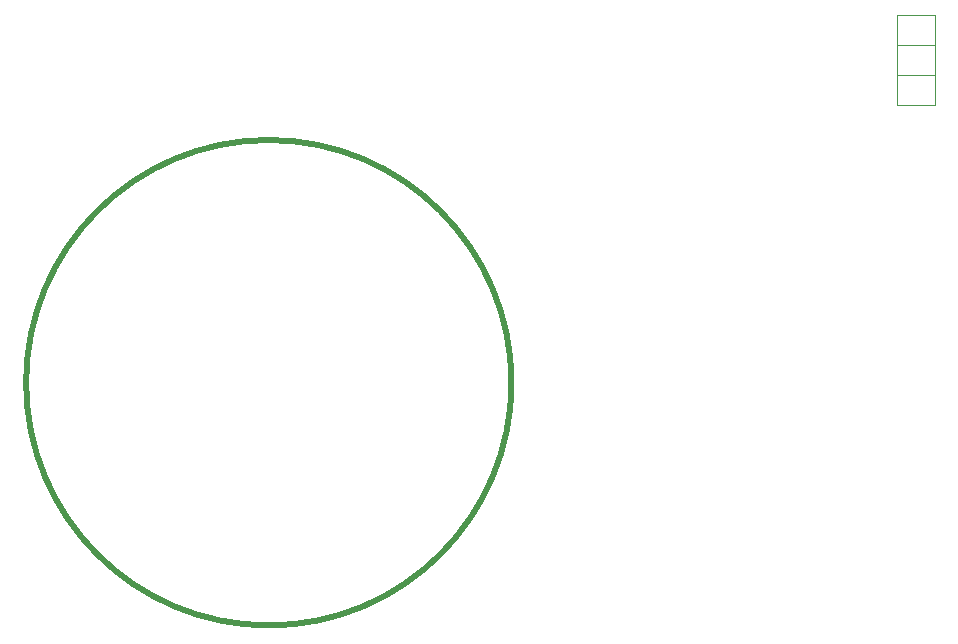
<source format=gbr>
%TF.GenerationSoftware,KiCad,Pcbnew,(6.0.4-0)*%
%TF.CreationDate,2022-06-13T07:49:07+02:00*%
%TF.ProjectId,konafa,6b6f6e61-6661-42e6-9b69-6361645f7063,v1.0.0*%
%TF.SameCoordinates,Original*%
%TF.FileFunction,Other,User*%
%FSLAX46Y46*%
G04 Gerber Fmt 4.6, Leading zero omitted, Abs format (unit mm)*
G04 Created by KiCad (PCBNEW (6.0.4-0)) date 2022-06-13 07:49:07*
%MOMM*%
%LPD*%
G01*
G04 APERTURE LIST*
%ADD10C,0.050000*%
%ADD11C,0.550000*%
G04 APERTURE END LIST*
D10*
%TO.C,MCU1*%
X160568690Y115449254D02*
X160568690Y112949254D01*
X160568690Y112909254D02*
X160568690Y110409254D01*
X157268690Y115489254D02*
X157268690Y117989254D01*
X160568690Y117989254D02*
X157268690Y117989254D01*
X157268690Y110409254D02*
X160568690Y110409254D01*
X157268690Y112949254D02*
X157268690Y115449254D01*
X157268690Y112949254D02*
X160568690Y112949254D01*
X160568690Y115449254D02*
X157268690Y115449254D01*
X160568690Y117989254D02*
X160568690Y115489254D01*
X157268690Y110409254D02*
X157268690Y112909254D01*
X160568690Y112909254D02*
X157268690Y112909254D01*
X157268690Y115489254D02*
X160568690Y115489254D01*
D11*
%TO.C,REF\u002A\u002A*%
X124671791Y86894254D02*
G75*
G03*
X124671791Y86894254I-20550000J0D01*
G01*
%TD*%
M02*

</source>
